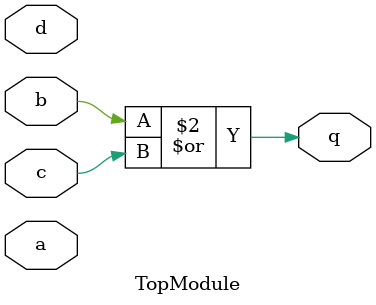
<source format=sv>
module TopModule(
    input  logic a,
    input  logic b,
    input  logic c,
    input  logic d,
    output logic q
);

    // Combinational logic to determine output q
    always @(*) begin
        q = (b | c);
    end

endmodule
</source>
